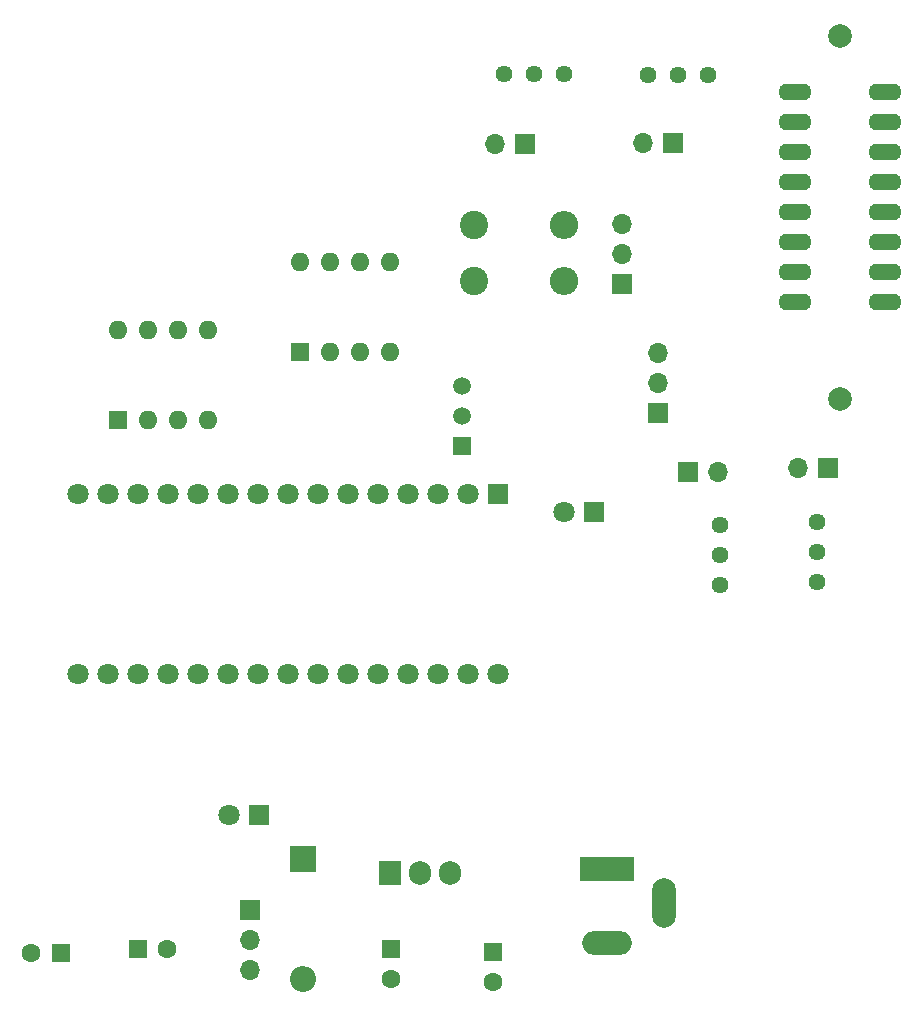
<source format=gbr>
%TF.GenerationSoftware,KiCad,Pcbnew,(6.0.7)*%
%TF.CreationDate,2023-04-20T22:54:43-04:00*%
%TF.ProjectId,NPN Tracer V2b,4e504e20-5472-4616-9365-72205632622e,rev?*%
%TF.SameCoordinates,Original*%
%TF.FileFunction,Soldermask,Bot*%
%TF.FilePolarity,Negative*%
%FSLAX46Y46*%
G04 Gerber Fmt 4.6, Leading zero omitted, Abs format (unit mm)*
G04 Created by KiCad (PCBNEW (6.0.7)) date 2023-04-20 22:54:43*
%MOMM*%
%LPD*%
G01*
G04 APERTURE LIST*
%ADD10R,4.600000X2.000000*%
%ADD11O,4.200000X2.000000*%
%ADD12O,2.000000X4.200000*%
%ADD13R,1.800000X1.800000*%
%ADD14C,1.800000*%
%ADD15R,1.500000X1.500000*%
%ADD16C,1.500000*%
%ADD17R,2.200000X2.200000*%
%ADD18O,2.200000X2.200000*%
%ADD19R,1.700000X1.700000*%
%ADD20O,1.700000X1.700000*%
%ADD21R,1.600000X1.600000*%
%ADD22C,1.600000*%
%ADD23C,1.440000*%
%ADD24O,1.600000X1.600000*%
%ADD25C,2.000000*%
%ADD26O,2.816000X1.408000*%
%ADD27R,1.905000X2.000000*%
%ADD28O,1.905000X2.000000*%
%ADD29C,2.400000*%
%ADD30O,2.400000X2.400000*%
G04 APERTURE END LIST*
D10*
%TO.C,J8*%
X110856000Y-139890500D03*
D11*
X110856000Y-146190500D03*
D12*
X115656000Y-142790500D03*
%TD*%
D13*
%TO.C,D2*%
X81348500Y-135318500D03*
D14*
X78808500Y-135318500D03*
%TD*%
D15*
%TO.C,Q1*%
X98552000Y-104140000D03*
D16*
X98552000Y-101600000D03*
X98552000Y-99060000D03*
%TD*%
D17*
%TO.C,D1*%
X85090000Y-139065000D03*
D18*
X85090000Y-149225000D03*
%TD*%
D19*
%TO.C,J6*%
X129540000Y-105981500D03*
D20*
X127000000Y-105981500D03*
%TD*%
D21*
%TO.C,C4*%
X92583000Y-146738849D03*
D22*
X92583000Y-149238849D03*
%TD*%
D23*
%TO.C,ADC1*%
X107198000Y-72644000D03*
X104658000Y-72644000D03*
X102118000Y-72644000D03*
%TD*%
%TO.C,ADC4*%
X120459500Y-115887500D03*
X120459500Y-113347500D03*
X120459500Y-110807500D03*
%TD*%
%TO.C,ADC3*%
X128651000Y-115633500D03*
X128651000Y-113093500D03*
X128651000Y-110553500D03*
%TD*%
D19*
%TO.C,J2*%
X116459000Y-78486000D03*
D20*
X113919000Y-78486000D03*
%TD*%
D19*
%TO.C,J7*%
X80645000Y-143398000D03*
D20*
X80645000Y-145938000D03*
X80645000Y-148478000D03*
%TD*%
D21*
%TO.C,C8*%
X64619500Y-147066000D03*
D22*
X62119500Y-147066000D03*
%TD*%
D21*
%TO.C,U1*%
X84836000Y-96139000D03*
D24*
X87376000Y-96139000D03*
X89916000Y-96139000D03*
X92456000Y-96139000D03*
X92456000Y-88519000D03*
X89916000Y-88519000D03*
X87376000Y-88519000D03*
X84836000Y-88519000D03*
%TD*%
D25*
%TO.C,ZX1*%
X130556000Y-69374500D03*
X130556000Y-100114500D03*
D26*
X134366000Y-91884500D03*
X134366000Y-89344500D03*
X134366000Y-86804500D03*
X134366000Y-84264500D03*
X134366000Y-81724500D03*
X134366000Y-79184500D03*
X134366000Y-76644500D03*
X134366000Y-74104500D03*
X126746000Y-74104500D03*
X126746000Y-76644500D03*
X126746000Y-79184500D03*
X126746000Y-81724500D03*
X126746000Y-84264500D03*
X126746000Y-86804500D03*
X126746000Y-89344500D03*
X126746000Y-91884500D03*
%TD*%
D21*
%TO.C,C7*%
X71120000Y-146685000D03*
D22*
X73620000Y-146685000D03*
%TD*%
D13*
%TO.C,D6*%
X109791500Y-109728000D03*
D14*
X107251500Y-109728000D03*
%TD*%
D19*
%TO.C,J5*%
X117724000Y-106299000D03*
D20*
X120264000Y-106299000D03*
%TD*%
D23*
%TO.C,ADC2*%
X119390000Y-72707500D03*
X116850000Y-72707500D03*
X114310000Y-72707500D03*
%TD*%
D19*
%TO.C,J4*%
X115189000Y-101331000D03*
D20*
X115189000Y-98791000D03*
X115189000Y-96251000D03*
%TD*%
D27*
%TO.C,U3*%
X92519500Y-140271500D03*
D28*
X95059500Y-140271500D03*
X97599500Y-140271500D03*
%TD*%
D29*
%TO.C,R5*%
X99631500Y-90170000D03*
D30*
X107251500Y-90170000D03*
%TD*%
D19*
%TO.C,J3*%
X103949500Y-78549500D03*
D20*
X101409500Y-78549500D03*
%TD*%
D29*
%TO.C,R6*%
X99631500Y-85407500D03*
D30*
X107251500Y-85407500D03*
%TD*%
D13*
%TO.C,TB1*%
X101600000Y-108189500D03*
D14*
X99060000Y-108189500D03*
X96520000Y-108189500D03*
X93980000Y-108189500D03*
X91440000Y-108189500D03*
X88900000Y-108189500D03*
X86360000Y-108189500D03*
X83820000Y-108189500D03*
X81280000Y-108189500D03*
X78740000Y-108189500D03*
X76200000Y-108189500D03*
X73660000Y-108189500D03*
X71120000Y-108189500D03*
X68580000Y-108189500D03*
X66040000Y-108189500D03*
X66040000Y-123429500D03*
X68580000Y-123429500D03*
X71120000Y-123429500D03*
X73660000Y-123429500D03*
X76200000Y-123429500D03*
X78740000Y-123429500D03*
X81280000Y-123429500D03*
X83820000Y-123429500D03*
X86360000Y-123429500D03*
X88900000Y-123429500D03*
X91440000Y-123429500D03*
X93980000Y-123429500D03*
X96520000Y-123429500D03*
X99060000Y-123429500D03*
X101600000Y-123429500D03*
%TD*%
D19*
%TO.C,J1*%
X112141000Y-90424000D03*
D20*
X112141000Y-87884000D03*
X112141000Y-85344000D03*
%TD*%
D21*
%TO.C,U2*%
X69479000Y-101893000D03*
D24*
X72019000Y-101893000D03*
X74559000Y-101893000D03*
X77099000Y-101893000D03*
X77099000Y-94273000D03*
X74559000Y-94273000D03*
X72019000Y-94273000D03*
X69479000Y-94273000D03*
%TD*%
D21*
%TO.C,C5*%
X101219000Y-146992849D03*
D22*
X101219000Y-149492849D03*
%TD*%
M02*

</source>
